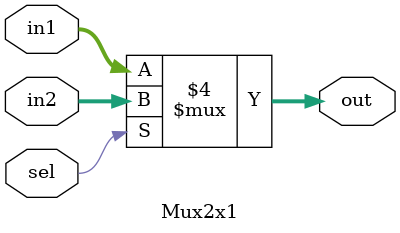
<source format=v>
module Mux2x1 (
  input  [31:0] in1,
  input  [31:0] in2,
    input sel,
    output reg [31:0] out   // must be reg since assigned in always block
);

    always @(*) begin
      if (sel == 1'b0)     //using if else statement 
            out = in1;   
        else 
            out = in2;
    end

endmodule

</source>
